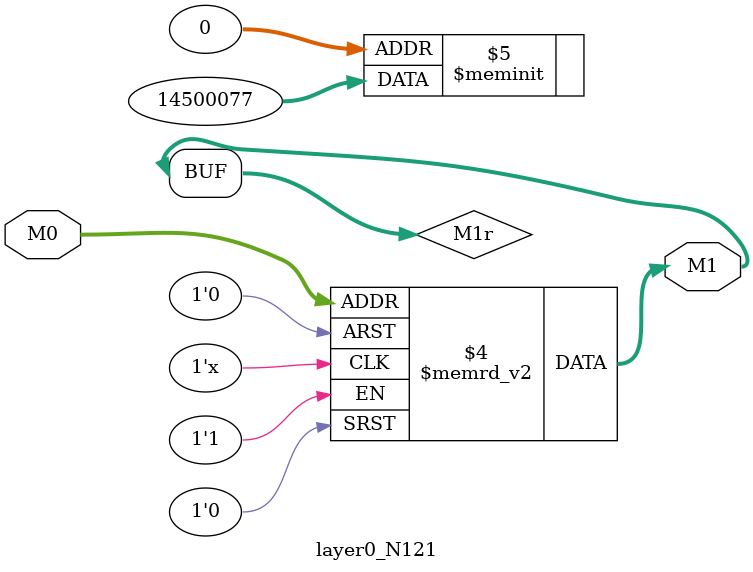
<source format=v>
module layer0_N121 ( input [3:0] M0, output [1:0] M1 );

	(*rom_style = "distributed" *) reg [1:0] M1r;
	assign M1 = M1r;
	always @ (M0) begin
		case (M0)
			4'b0000: M1r = 2'b01;
			4'b1000: M1r = 2'b01;
			4'b0100: M1r = 2'b00;
			4'b1100: M1r = 2'b00;
			4'b0010: M1r = 2'b10;
			4'b1010: M1r = 2'b01;
			4'b0110: M1r = 2'b00;
			4'b1110: M1r = 2'b00;
			4'b0001: M1r = 2'b11;
			4'b1001: M1r = 2'b11;
			4'b0101: M1r = 2'b00;
			4'b1101: M1r = 2'b00;
			4'b0011: M1r = 2'b11;
			4'b1011: M1r = 2'b11;
			4'b0111: M1r = 2'b01;
			4'b1111: M1r = 2'b00;

		endcase
	end
endmodule

</source>
